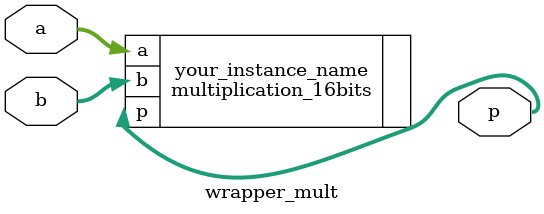
<source format=v>
`timescale 1ns / 1ps
module wrapper_mult(
input [15:0] a,b,
output  [15:0] p
    );

multiplication_16bits your_instance_name (
  .a(a), // input [15 : 0] a
  .b(b), // input [15 : 0] b
  .p(p) // output [31 : 0] p
);
endmodule

</source>
